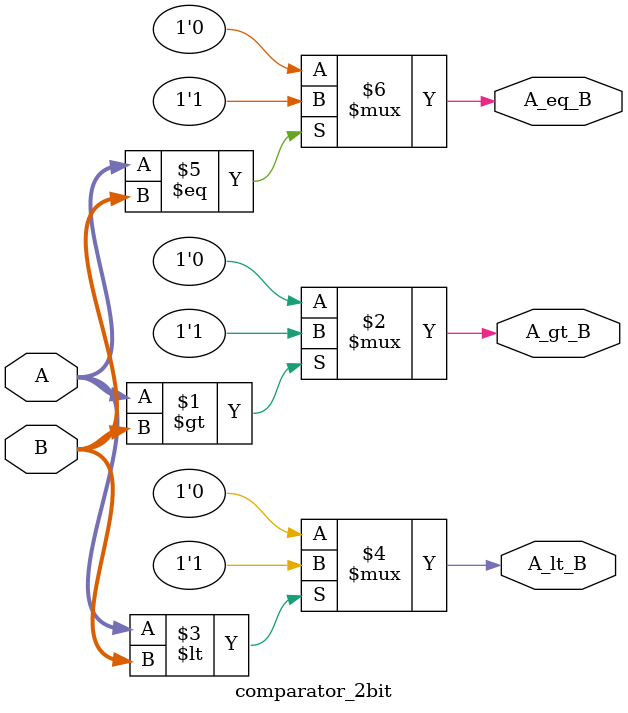
<source format=v>
module comparator_2bit(
  input [1:0] A, 
  input [1:0] B,   
  output A_gt_B,  
  output A_lt_B,  
  output A_eq_B);
  assign A_gt_B = (A > B) ? 1'b1 : 1'b0;
  assign A_lt_B = (A < B) ? 1'b1 : 1'b0;
  assign A_eq_B = (A == B) ? 1'b1 : 1'b0;
endmodule

</source>
